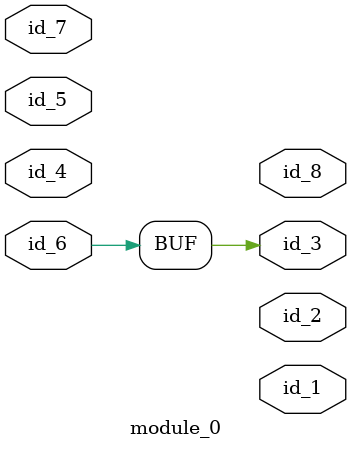
<source format=v>
module module_0 (
    id_1,
    id_2,
    id_3,
    id_4,
    id_5,
    id_6,
    id_7,
    id_8
);
  output id_8;
  input id_7;
  inout id_6;
  inout id_5;
  inout id_4;
  output id_3;
  output id_2;
  output id_1;
  assign id_3 = id_6;
endmodule

</source>
